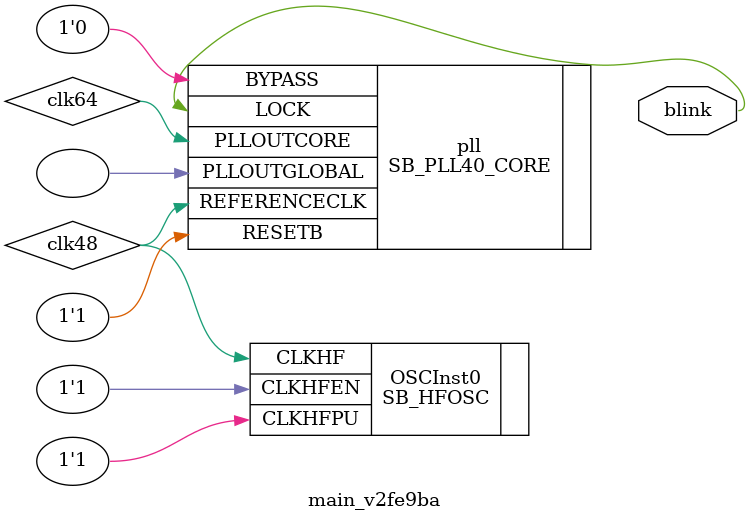
<source format=v>

`default_nettype none

module main (
 output v841a14
);
 wire w0;
 assign v841a14 = w0;
 main_v2fe9ba v2fe9ba (
  .blink(w0)
 );
endmodule

/*-------------------------------------------------*/
/*--   */
/*-- - - - - - - - - - - - - - - - - - - - - - - --*/
/*-- 
/*-------------------------------------------------*/

module main_v2fe9ba (
 output blink
);
 wire clk48,clk64; // High frequency oscillator
 defparam OSCInst0.CLKHF_DIV = "0b00";
 SB_HFOSC OSCInst0(.CLKHFEN(1'b1), 
 .CLKHFPU(1'b1),.CLKHF(clk48)  //48MHz
 ) /* synthesis ROUTE_THROUGH_FABRIC= [0] */;
 SB_PLL40_CORE pll(.REFERENCECLK(clk48),
 .PLLOUTCORE(clk64),.PLLOUTGLOBAL(),//64MHz
 .RESETB(1'b1),.BYPASS(1'b0),.LOCK(blink));
 //\\ Fin=48, Fout=64;
 defparam pll.DIVR = 4'b0010;
 defparam pll.DIVF = 7'b0111111;
 defparam pll.DIVQ = 3'b100;
 defparam pll.FILTER_RANGE = 3'b001;
 defparam pll.FEEDBACK_PATH = "SIMPLE";
 defparam pll.DELAY_ADJUSTMENT_MODE_FEEDBACK = "FIXED";
 defparam pll.FDA_FEEDBACK = 4'b0000;
 defparam pll.DELAY_ADJUSTMENT_MODE_RELATIVE = "FIXED";
 defparam pll.FDA_RELATIVE = 4'b0000;
 defparam pll.SHIFTREG_DIV_MODE = 2'b00;
 defparam pll.PLLOUT_SELECT = "GENCLK";
 defparam pll.ENABLE_ICEGATE = 1'b0;
 reg [31:0] cnt;
 always@(posedge clk64)begin
  cnt=(cnt==(64000000-1))?0:cnt+1;
  //blink = ~blink;
 end
 
endmodule

</source>
